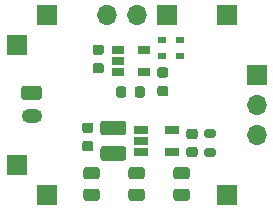
<source format=gts>
%TF.GenerationSoftware,KiCad,Pcbnew,(5.1.9)-1*%
%TF.CreationDate,2021-09-17T21:45:03+01:00*%
%TF.ProjectId,led-addon,6c65642d-6164-4646-9f6e-2e6b69636164,rev?*%
%TF.SameCoordinates,Original*%
%TF.FileFunction,Soldermask,Top*%
%TF.FilePolarity,Negative*%
%FSLAX46Y46*%
G04 Gerber Fmt 4.6, Leading zero omitted, Abs format (unit mm)*
G04 Created by KiCad (PCBNEW (5.1.9)-1) date 2021-09-17 21:45:03*
%MOMM*%
%LPD*%
G01*
G04 APERTURE LIST*
%ADD10O,1.700000X1.700000*%
%ADD11R,1.700000X1.700000*%
%ADD12R,0.700000X0.600000*%
%ADD13R,1.060000X0.650000*%
%ADD14O,1.750000X1.200000*%
%ADD15R,1.220000X0.650000*%
G04 APERTURE END LIST*
D10*
%TO.C,SW1*%
X43180000Y-35560000D03*
X43180000Y-33020000D03*
D11*
X43180000Y-30480000D03*
%TD*%
D12*
%TO.C,D3*%
X36703000Y-27494000D03*
X36703000Y-28894000D03*
%TD*%
%TO.C,D2*%
X35179000Y-28894000D03*
X35179000Y-27494000D03*
%TD*%
D13*
%TO.C,U2*%
X33612000Y-28387000D03*
X33612000Y-30287000D03*
X31412000Y-30287000D03*
X31412000Y-29337000D03*
X31412000Y-28387000D03*
%TD*%
D10*
%TO.C,RV1*%
X30480000Y-25400000D03*
X33020000Y-25400000D03*
D11*
X35560000Y-25400000D03*
%TD*%
%TO.C,R5*%
G36*
G01*
X32162000Y-31684250D02*
X32162000Y-32196750D01*
G75*
G02*
X31943250Y-32415500I-218750J0D01*
G01*
X31505750Y-32415500D01*
G75*
G02*
X31287000Y-32196750I0J218750D01*
G01*
X31287000Y-31684250D01*
G75*
G02*
X31505750Y-31465500I218750J0D01*
G01*
X31943250Y-31465500D01*
G75*
G02*
X32162000Y-31684250I0J-218750D01*
G01*
G37*
G36*
G01*
X33737000Y-31684250D02*
X33737000Y-32196750D01*
G75*
G02*
X33518250Y-32415500I-218750J0D01*
G01*
X33080750Y-32415500D01*
G75*
G02*
X32862000Y-32196750I0J218750D01*
G01*
X32862000Y-31684250D01*
G75*
G02*
X33080750Y-31465500I218750J0D01*
G01*
X33518250Y-31465500D01*
G75*
G02*
X33737000Y-31684250I0J-218750D01*
G01*
G37*
%TD*%
%TO.C,C4*%
G36*
G01*
X29525250Y-29496500D02*
X30037750Y-29496500D01*
G75*
G02*
X30256500Y-29715250I0J-218750D01*
G01*
X30256500Y-30152750D01*
G75*
G02*
X30037750Y-30371500I-218750J0D01*
G01*
X29525250Y-30371500D01*
G75*
G02*
X29306500Y-30152750I0J218750D01*
G01*
X29306500Y-29715250D01*
G75*
G02*
X29525250Y-29496500I218750J0D01*
G01*
G37*
G36*
G01*
X29525250Y-27921500D02*
X30037750Y-27921500D01*
G75*
G02*
X30256500Y-28140250I0J-218750D01*
G01*
X30256500Y-28577750D01*
G75*
G02*
X30037750Y-28796500I-218750J0D01*
G01*
X29525250Y-28796500D01*
G75*
G02*
X29306500Y-28577750I0J218750D01*
G01*
X29306500Y-28140250D01*
G75*
G02*
X29525250Y-27921500I218750J0D01*
G01*
G37*
%TD*%
%TO.C,C3*%
G36*
G01*
X34986250Y-31427000D02*
X35498750Y-31427000D01*
G75*
G02*
X35717500Y-31645750I0J-218750D01*
G01*
X35717500Y-32083250D01*
G75*
G02*
X35498750Y-32302000I-218750J0D01*
G01*
X34986250Y-32302000D01*
G75*
G02*
X34767500Y-32083250I0J218750D01*
G01*
X34767500Y-31645750D01*
G75*
G02*
X34986250Y-31427000I218750J0D01*
G01*
G37*
G36*
G01*
X34986250Y-29852000D02*
X35498750Y-29852000D01*
G75*
G02*
X35717500Y-30070750I0J-218750D01*
G01*
X35717500Y-30508250D01*
G75*
G02*
X35498750Y-30727000I-218750J0D01*
G01*
X34986250Y-30727000D01*
G75*
G02*
X34767500Y-30508250I0J218750D01*
G01*
X34767500Y-30070750D01*
G75*
G02*
X34986250Y-29852000I218750J0D01*
G01*
G37*
%TD*%
D14*
%TO.C,D1*%
X24130000Y-34004000D03*
G36*
G01*
X23504999Y-31404000D02*
X24755001Y-31404000D01*
G75*
G02*
X25005000Y-31653999I0J-249999D01*
G01*
X25005000Y-32354001D01*
G75*
G02*
X24755001Y-32604000I-249999J0D01*
G01*
X23504999Y-32604000D01*
G75*
G02*
X23255000Y-32354001I0J249999D01*
G01*
X23255000Y-31653999D01*
G75*
G02*
X23504999Y-31404000I249999J0D01*
G01*
G37*
%TD*%
%TO.C,R4*%
G36*
G01*
X39518000Y-35833500D02*
X38968000Y-35833500D01*
G75*
G02*
X38768000Y-35633500I0J200000D01*
G01*
X38768000Y-35233500D01*
G75*
G02*
X38968000Y-35033500I200000J0D01*
G01*
X39518000Y-35033500D01*
G75*
G02*
X39718000Y-35233500I0J-200000D01*
G01*
X39718000Y-35633500D01*
G75*
G02*
X39518000Y-35833500I-200000J0D01*
G01*
G37*
G36*
G01*
X39518000Y-37483500D02*
X38968000Y-37483500D01*
G75*
G02*
X38768000Y-37283500I0J200000D01*
G01*
X38768000Y-36883500D01*
G75*
G02*
X38968000Y-36683500I200000J0D01*
G01*
X39518000Y-36683500D01*
G75*
G02*
X39718000Y-36883500I0J-200000D01*
G01*
X39718000Y-37283500D01*
G75*
G02*
X39518000Y-37483500I-200000J0D01*
G01*
G37*
%TD*%
%TO.C,R3*%
G36*
G01*
X28759999Y-40127500D02*
X29660001Y-40127500D01*
G75*
G02*
X29910000Y-40377499I0J-249999D01*
G01*
X29910000Y-40902501D01*
G75*
G02*
X29660001Y-41152500I-249999J0D01*
G01*
X28759999Y-41152500D01*
G75*
G02*
X28510000Y-40902501I0J249999D01*
G01*
X28510000Y-40377499D01*
G75*
G02*
X28759999Y-40127500I249999J0D01*
G01*
G37*
G36*
G01*
X28759999Y-38302500D02*
X29660001Y-38302500D01*
G75*
G02*
X29910000Y-38552499I0J-249999D01*
G01*
X29910000Y-39077501D01*
G75*
G02*
X29660001Y-39327500I-249999J0D01*
G01*
X28759999Y-39327500D01*
G75*
G02*
X28510000Y-39077501I0J249999D01*
G01*
X28510000Y-38552499D01*
G75*
G02*
X28759999Y-38302500I249999J0D01*
G01*
G37*
%TD*%
%TO.C,R2*%
G36*
G01*
X32569999Y-40127500D02*
X33470001Y-40127500D01*
G75*
G02*
X33720000Y-40377499I0J-249999D01*
G01*
X33720000Y-40902501D01*
G75*
G02*
X33470001Y-41152500I-249999J0D01*
G01*
X32569999Y-41152500D01*
G75*
G02*
X32320000Y-40902501I0J249999D01*
G01*
X32320000Y-40377499D01*
G75*
G02*
X32569999Y-40127500I249999J0D01*
G01*
G37*
G36*
G01*
X32569999Y-38302500D02*
X33470001Y-38302500D01*
G75*
G02*
X33720000Y-38552499I0J-249999D01*
G01*
X33720000Y-39077501D01*
G75*
G02*
X33470001Y-39327500I-249999J0D01*
G01*
X32569999Y-39327500D01*
G75*
G02*
X32320000Y-39077501I0J249999D01*
G01*
X32320000Y-38552499D01*
G75*
G02*
X32569999Y-38302500I249999J0D01*
G01*
G37*
%TD*%
%TO.C,R1*%
G36*
G01*
X36379999Y-40127500D02*
X37280001Y-40127500D01*
G75*
G02*
X37530000Y-40377499I0J-249999D01*
G01*
X37530000Y-40902501D01*
G75*
G02*
X37280001Y-41152500I-249999J0D01*
G01*
X36379999Y-41152500D01*
G75*
G02*
X36130000Y-40902501I0J249999D01*
G01*
X36130000Y-40377499D01*
G75*
G02*
X36379999Y-40127500I249999J0D01*
G01*
G37*
G36*
G01*
X36379999Y-38302500D02*
X37280001Y-38302500D01*
G75*
G02*
X37530000Y-38552499I0J-249999D01*
G01*
X37530000Y-39077501D01*
G75*
G02*
X37280001Y-39327500I-249999J0D01*
G01*
X36379999Y-39327500D01*
G75*
G02*
X36130000Y-39077501I0J249999D01*
G01*
X36130000Y-38552499D01*
G75*
G02*
X36379999Y-38302500I249999J0D01*
G01*
G37*
%TD*%
%TO.C,L1*%
G36*
G01*
X30201500Y-36518000D02*
X31901500Y-36518000D01*
G75*
G02*
X32151500Y-36768000I0J-250000D01*
G01*
X32151500Y-37518000D01*
G75*
G02*
X31901500Y-37768000I-250000J0D01*
G01*
X30201500Y-37768000D01*
G75*
G02*
X29951500Y-37518000I0J250000D01*
G01*
X29951500Y-36768000D01*
G75*
G02*
X30201500Y-36518000I250000J0D01*
G01*
G37*
G36*
G01*
X30201500Y-34368000D02*
X31901500Y-34368000D01*
G75*
G02*
X32151500Y-34618000I0J-250000D01*
G01*
X32151500Y-35368000D01*
G75*
G02*
X31901500Y-35618000I-250000J0D01*
G01*
X30201500Y-35618000D01*
G75*
G02*
X29951500Y-35368000I0J250000D01*
G01*
X29951500Y-34618000D01*
G75*
G02*
X30201500Y-34368000I250000J0D01*
G01*
G37*
%TD*%
D15*
%TO.C,U1*%
X36044500Y-35118000D03*
X36044500Y-37018000D03*
X33424500Y-37018000D03*
X33424500Y-36068000D03*
X33424500Y-35118000D03*
%TD*%
D11*
%TO.C,J3*%
X22860000Y-38100000D03*
%TD*%
%TO.C,J2*%
X22860000Y-27940000D03*
%TD*%
%TO.C,C2*%
G36*
G01*
X28642500Y-36075500D02*
X29142500Y-36075500D01*
G75*
G02*
X29367500Y-36300500I0J-225000D01*
G01*
X29367500Y-36750500D01*
G75*
G02*
X29142500Y-36975500I-225000J0D01*
G01*
X28642500Y-36975500D01*
G75*
G02*
X28417500Y-36750500I0J225000D01*
G01*
X28417500Y-36300500D01*
G75*
G02*
X28642500Y-36075500I225000J0D01*
G01*
G37*
G36*
G01*
X28642500Y-34525500D02*
X29142500Y-34525500D01*
G75*
G02*
X29367500Y-34750500I0J-225000D01*
G01*
X29367500Y-35200500D01*
G75*
G02*
X29142500Y-35425500I-225000J0D01*
G01*
X28642500Y-35425500D01*
G75*
G02*
X28417500Y-35200500I0J225000D01*
G01*
X28417500Y-34750500D01*
G75*
G02*
X28642500Y-34525500I225000J0D01*
G01*
G37*
%TD*%
%TO.C,C1*%
G36*
G01*
X37969000Y-35933500D02*
X37469000Y-35933500D01*
G75*
G02*
X37244000Y-35708500I0J225000D01*
G01*
X37244000Y-35258500D01*
G75*
G02*
X37469000Y-35033500I225000J0D01*
G01*
X37969000Y-35033500D01*
G75*
G02*
X38194000Y-35258500I0J-225000D01*
G01*
X38194000Y-35708500D01*
G75*
G02*
X37969000Y-35933500I-225000J0D01*
G01*
G37*
G36*
G01*
X37969000Y-37483500D02*
X37469000Y-37483500D01*
G75*
G02*
X37244000Y-37258500I0J225000D01*
G01*
X37244000Y-36808500D01*
G75*
G02*
X37469000Y-36583500I225000J0D01*
G01*
X37969000Y-36583500D01*
G75*
G02*
X38194000Y-36808500I0J-225000D01*
G01*
X38194000Y-37258500D01*
G75*
G02*
X37969000Y-37483500I-225000J0D01*
G01*
G37*
%TD*%
%TO.C,J8*%
X25400000Y-40640000D03*
%TD*%
%TO.C,J6*%
X40640000Y-40640000D03*
%TD*%
%TO.C,J5*%
X25400000Y-25400000D03*
%TD*%
%TO.C,J1*%
X40640000Y-25400000D03*
%TD*%
M02*

</source>
